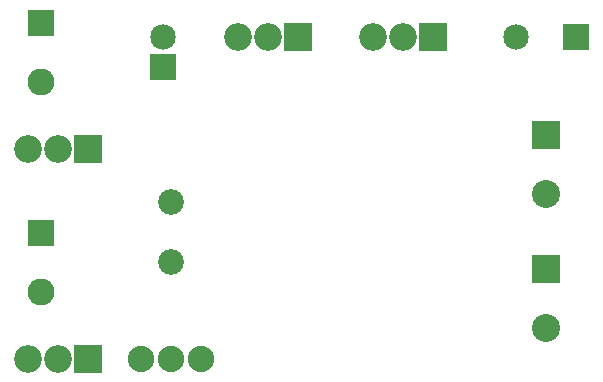
<source format=gts>
G04 MADE WITH FRITZING*
G04 WWW.FRITZING.ORG*
G04 DOUBLE SIDED*
G04 HOLES PLATED*
G04 CONTOUR ON CENTER OF CONTOUR VECTOR*
%ASAXBY*%
%FSLAX23Y23*%
%MOIN*%
%OFA0B0*%
%SFA1.0B1.0*%
%ADD10C,0.090000*%
%ADD11C,0.093307*%
%ADD12C,0.092000*%
%ADD13C,0.085000*%
%ADD14C,0.088000*%
%ADD15C,0.085433*%
%ADD16R,0.090000X0.090000*%
%ADD17R,0.093307X0.093307*%
%ADD18R,0.092000X0.092000*%
%ADD19R,0.085000X0.085000*%
%LNMASK1*%
G90*
G70*
G54D10*
X231Y1286D03*
X231Y1089D03*
X231Y586D03*
X231Y389D03*
G54D11*
X1914Y912D03*
X1914Y715D03*
X1914Y465D03*
X1914Y268D03*
G54D12*
X1539Y1240D03*
X1439Y1240D03*
X1339Y1240D03*
X1089Y1240D03*
X989Y1240D03*
X889Y1240D03*
G54D13*
X2014Y1240D03*
X1814Y1240D03*
X639Y1140D03*
X639Y1240D03*
G54D12*
X389Y865D03*
X289Y865D03*
X189Y865D03*
X389Y165D03*
X289Y165D03*
X189Y165D03*
G54D14*
X564Y165D03*
X664Y165D03*
X764Y165D03*
G54D15*
X664Y490D03*
X664Y690D03*
G54D16*
X231Y1286D03*
X231Y586D03*
G54D17*
X1914Y912D03*
X1914Y465D03*
G54D18*
X1539Y1240D03*
X1089Y1240D03*
G54D19*
X2014Y1240D03*
X639Y1140D03*
G54D18*
X389Y865D03*
X389Y165D03*
G04 End of Mask1*
M02*
</source>
